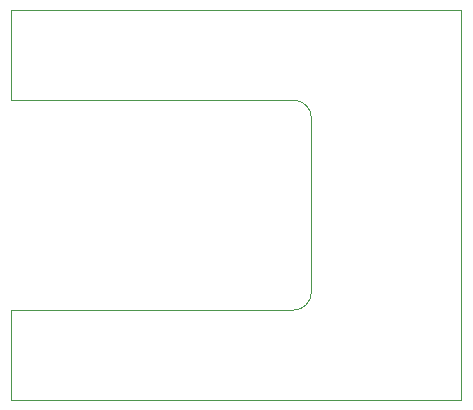
<source format=gbr>
G04 #@! TF.GenerationSoftware,KiCad,Pcbnew,(5.1.2)-1*
G04 #@! TF.CreationDate,2019-11-05T15:03:04-06:00*
G04 #@! TF.ProjectId,laser_mount_board,6c617365-725f-46d6-9f75-6e745f626f61,rev?*
G04 #@! TF.SameCoordinates,Original*
G04 #@! TF.FileFunction,Profile,NP*
%FSLAX46Y46*%
G04 Gerber Fmt 4.6, Leading zero omitted, Abs format (unit mm)*
G04 Created by KiCad (PCBNEW (5.1.2)-1) date 2019-11-05 15:03:04*
%MOMM*%
%LPD*%
G04 APERTURE LIST*
%ADD10C,0.025400*%
G04 APERTURE END LIST*
D10*
X117856002Y-85090002D02*
X155956000Y-85090002D01*
X155956000Y-85090002D02*
X155956000Y-118110000D01*
X143256000Y-108966000D02*
X143256001Y-94234001D01*
X141732001Y-92710001D02*
X117856002Y-92710001D01*
X143256001Y-108966000D02*
G75*
G02X141732001Y-110490000I-1524000J0D01*
G01*
X117856002Y-110490000D02*
X141732001Y-110490000D01*
X141732001Y-92710001D02*
G75*
G02X143256001Y-94234001I0J-1524000D01*
G01*
X117856002Y-92710001D02*
X117856002Y-85090002D01*
X117856002Y-118110000D02*
X117856002Y-110490000D01*
X155956000Y-118110000D02*
X117856002Y-118110000D01*
M02*

</source>
